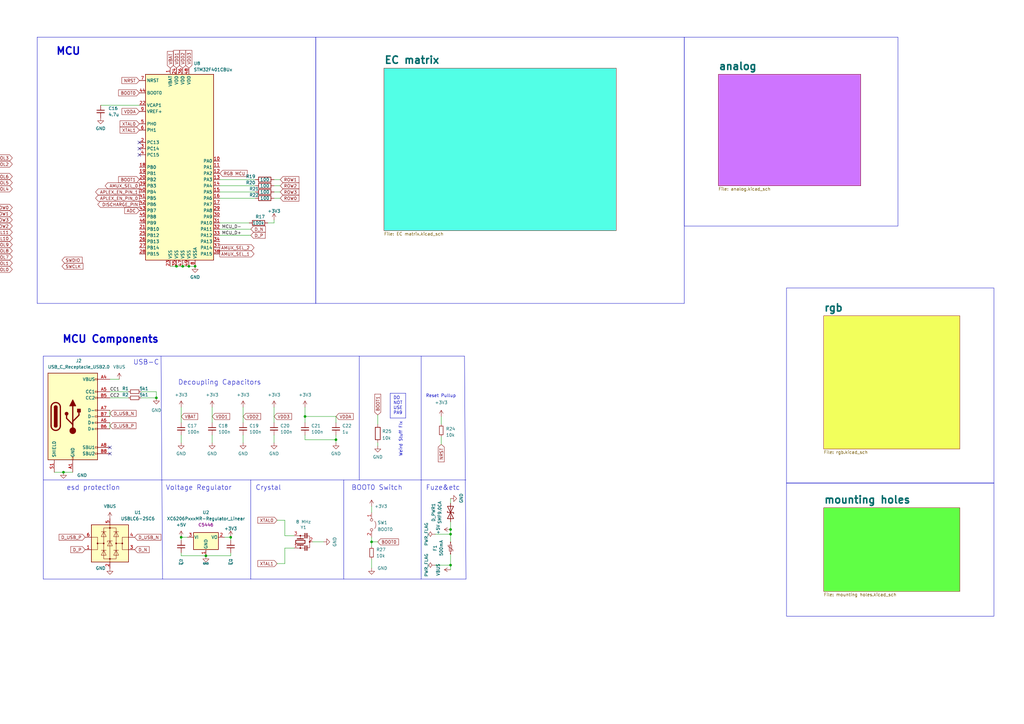
<source format=kicad_sch>
(kicad_sch (version 20230121) (generator eeschema)
  (paper "A3")
  (lib_symbols
    (symbol "Connector:USB_C_Receptacle_USB2.0" (pin_names (offset 1.016))
      (property "Reference" "J" (at -10.16 19.05 0))
      (property "Value" "USB_C_Receptacle_USB2.0" (at 19.05 19.05 0))
      (symbol "USB_C_Receptacle_USB2.0_0_0"
        (rectangle (start -0.254 -17.78) (end 0.254 -16.764))
        (rectangle (start 10.16 -14.986) (end 9.144 -15.494))
        (rectangle (start 10.16 -12.446) (end 9.144 -12.954))
        (rectangle (start 10.16 -4.826) (end 9.144 -5.334))
        (rectangle (start 10.16 -2.286) (end 9.144 -2.794))
        (rectangle (start 10.16 0.254) (end 9.144 -0.254))
        (rectangle (start 10.16 2.794) (end 9.144 2.286))
        (rectangle (start 10.16 7.874) (end 9.144 7.366))
        (rectangle (start 10.16 10.414) (end 9.144 9.906))
        (rectangle (start 10.16 15.494) (end 9.144 14.986))
      )
      (symbol "USB_C_Receptacle_USB2.0_0_1"
        (rectangle (start -10.16 17.78) (end 10.16 -17.78) (stroke (width 0.254)) (fill (type background)))
        (arc (start -8.89 -3.81) (mid -6.985 -5.7067) (end -5.08 -3.81) (stroke (width 0.508)))
        (arc (start -7.62 -3.81) (mid -6.985 -4.4423) (end -6.35 -3.81) (stroke (width 0.254)))
        (arc (start -7.62 -3.81) (mid -6.985 -4.4423) (end -6.35 -3.81) (stroke (width 0.254)) (fill (type outline)))
        (rectangle (start -7.62 -3.81) (end -6.35 3.81) (stroke (width 0.254)) (fill (type outline)))
        (arc (start -6.35 3.81) (mid -6.985 4.4423) (end -7.62 3.81) (stroke (width 0.254)))
        (arc (start -6.35 3.81) (mid -6.985 4.4423) (end -7.62 3.81) (stroke (width 0.254)) (fill (type outline)))
        (arc (start -5.08 3.81) (mid -6.985 5.7067) (end -8.89 3.81) (stroke (width 0.508)))
        (circle (center -2.54 1.143) (radius 0.635) (stroke (width 0.254)) (fill (type outline)))
        (circle (center 0 -5.842) (radius 1.27) (fill (type outline)))
        (polyline (pts (xy -8.89 -3.81) (xy -8.89 3.81)) (stroke (width 0.508)))
        (polyline (pts (xy -5.08 3.81) (xy -5.08 -3.81)) (stroke (width 0.508)))
        (polyline (pts (xy 0 -5.842) (xy 0 4.318)) (stroke (width 0.508)))
        (polyline (pts (xy 0 -3.302) (xy -2.54 -0.762) (xy -2.54 0.508)) (stroke (width 0.508)))
        (polyline (pts (xy 0 -2.032) (xy 2.54 0.508) (xy 2.54 1.778)) (stroke (width 0.508)))
        (polyline (pts (xy -1.27 4.318) (xy 0 6.858) (xy 1.27 4.318) (xy -1.27 4.318)) (stroke (width 0.254)) (fill (type outline)))
        (rectangle (start 1.905 1.778) (end 3.175 3.048) (stroke (width 0.254)) (fill (type outline)))
      )
      (symbol "USB_C_Receptacle_USB2.0_1_1"
        (pin passive line (at 0 -22.86 90) (length 5.08) (name "GND") (number "A1"))
        (pin passive line (at 0 -22.86 90) (length 5.08) hide (name "GND") (number "A12"))
        (pin passive line (at 15.24 15.24 180) (length 5.08) (name "VBUS") (number "A4"))
        (pin bidirectional line (at 15.24 10.16 180) (length 5.08) (name "CC1") (number "A5"))
        (pin bidirectional line (at 15.24 -2.54 180) (length 5.08) (name "D+") (number "A6"))
        (pin bidirectional line (at 15.24 2.54 180) (length 5.08) (name "D-") (number "A7"))
        (pin bidirectional line (at 15.24 -12.7 180) (length 5.08) (name "SBU1") (number "A8"))
        (pin passive line (at 15.24 15.24 180) (length 5.08) hide (name "VBUS") (number "A9"))
        (pin passive line (at 0 -22.86 90) (length 5.08) hide (name "GND") (number "B1"))
        (pin passive line (at 0 -22.86 90) (length 5.08) hide (name "GND") (number "B12"))
        (pin passive line (at 15.24 15.24 180) (length 5.08) hide (name "VBUS") (number "B4"))
        (pin bidirectional line (at 15.24 7.62 180) (length 5.08) (name "CC2") (number "B5"))
        (pin bidirectional line (at 15.24 -5.08 180) (length 5.08) (name "D+") (number "B6"))
        (pin bidirectional line (at 15.24 0 180) (length 5.08) (name "D-") (number "B7"))
        (pin bidirectional line (at 15.24 -15.24 180) (length 5.08) (name "SBU2") (number "B8"))
        (pin passive line (at 15.24 15.24 180) (length 5.08) hide (name "VBUS") (number "B9"))
        (pin passive line (at -7.62 -22.86 90) (length 5.08) (name "SHIELD") (number "S1"))
      )
    )
    (symbol "Device:C_Small" (pin_numbers hide) (pin_names (offset 0.254) hide)
      (property "Reference" "C" (at 0.254 1.778 0))
      (property "Value" "C_Small" (at 0.254 -2.032 0))
      (symbol "C_Small_0_1"
        (polyline (pts (xy -1.524 -0.508) (xy 1.524 -0.508)) (stroke (width 0.3302)))
        (polyline (pts (xy -1.524 0.508) (xy 1.524 0.508)) (stroke (width 0.3048)))
      )
      (symbol "C_Small_1_1"
        (pin passive line (at 0 2.54 270) (length 2.032) (name "~") (number "1"))
        (pin passive line (at 0 -2.54 90) (length 2.032) (name "~") (number "2"))
      )
    )
    (symbol "Device:D_TVS" (pin_numbers hide) (pin_names (offset 1.016) hide)
      (property "Reference" "D" (at 0 2.54 0))
      (property "Value" "D_TVS" (at 0 -2.54 0))
      (symbol "D_TVS_0_1"
        (polyline (pts (xy 1.27 0) (xy -1.27 0)))
        (polyline (pts (xy 0.508 1.27) (xy 0 1.27) (xy 0 -1.27) (xy -0.508 -1.27)) (stroke (width 0.254)))
        (polyline (pts (xy -2.54 1.27) (xy -2.54 -1.27) (xy 2.54 1.27) (xy 2.54 -1.27) (xy -2.54 1.27)) (stroke (width 0.254)))
      )
      (symbol "D_TVS_1_1"
        (pin passive line (at -3.81 0 0) (length 2.54) (name "A1") (number "1"))
        (pin passive line (at 3.81 0 180) (length 2.54) (name "A2") (number "2"))
      )
    )
    (symbol "Device:Polyfuse_Small" (pin_numbers hide) (pin_names (offset 0))
      (property "Reference" "F" (at -1.905 0 90))
      (property "Value" "Polyfuse_Small" (at 1.905 0 90))
      (symbol "Polyfuse_Small_0_1"
        (rectangle (start -0.508 1.27) (end 0.508 -1.27))
        (polyline (pts (xy 0 2.54) (xy 0 -2.54)))
        (polyline (pts (xy -1.016 1.27) (xy -1.016 0.762) (xy 1.016 -0.762) (xy 1.016 -1.27)))
      )
      (symbol "Polyfuse_Small_1_1"
        (pin passive line (at 0 2.54 270) (length 0.635) (name "~") (number "1"))
        (pin passive line (at 0 -2.54 90) (length 0.635) (name "~") (number "2"))
      )
    )
    (symbol "Device:R" (pin_numbers hide) (pin_names (offset 0))
      (property "Reference" "R" (at 2.032 0 90))
      (property "Value" "R" (at 0 0 90))
      (symbol "R_0_1"
        (rectangle (start -1.016 -2.54) (end 1.016 2.54) (stroke (width 0.254)))
      )
      (symbol "R_1_1"
        (pin passive line (at 0 3.81 270) (length 1.27) (name "~") (number "1"))
        (pin passive line (at 0 -3.81 90) (length 1.27) (name "~") (number "2"))
      )
    )
    (symbol "Device:R_Small" (pin_numbers hide) (pin_names (offset 0.254) hide)
      (property "Reference" "R" (at 0.762 0.508 0))
      (property "Value" "R_Small" (at 0.762 -1.016 0))
      (symbol "R_Small_0_1"
        (rectangle (start -0.762 1.778) (end 0.762 -1.778) (stroke (width 0.2032)))
      )
      (symbol "R_Small_1_1"
        (pin passive line (at 0 2.54 270) (length 0.762) (name "~") (number "1"))
        (pin passive line (at 0 -2.54 90) (length 0.762) (name "~") (number "2"))
      )
    )
    (symbol "Device:Resonator_Small" (pin_names (offset 1.016) hide)
      (property "Reference" "Y" (at 3.175 1.905 0))
      (property "Value" "Resonator_Small" (at 3.175 0 0))
      (symbol "Resonator_Small_0_1"
        (rectangle (start -3.556 -2.54) (end -1.524 -2.794) (fill (type outline)))
        (rectangle (start -3.556 -1.778) (end -1.524 -2.032) (fill (type outline)))
        (circle (center -2.54 0) (radius 0.254) (fill (type outline)))
        (rectangle (start -0.635 1.905) (end 0.635 -1.905) (stroke (width 0.3048)))
        (circle (center 0 -3.81) (radius 0.254) (fill (type outline)))
        (polyline (pts (xy -2.54 -1.778) (xy -2.54 0)))
        (polyline (pts (xy -2.54 0) (xy -1.397 0)))
        (polyline (pts (xy -2.54 1.27) (xy -2.54 0)))
        (polyline (pts (xy -1.27 -1.27) (xy -1.27 1.27)) (stroke (width 0.381)))
        (polyline (pts (xy 1.27 -1.27) (xy 1.27 1.27)) (stroke (width 0.381)))
        (polyline (pts (xy 1.27 0) (xy 2.54 0)))
        (polyline (pts (xy 2.54 0) (xy 2.54 -1.778)))
        (polyline (pts (xy 2.54 1.27) (xy 2.54 0)))
        (polyline (pts (xy 2.413 -2.794) (xy 2.413 -3.81) (xy -2.413 -3.81) (xy -2.413 -2.667)))
        (rectangle (start 1.524 -2.54) (end 3.556 -2.794) (fill (type outline)))
        (rectangle (start 1.524 -1.778) (end 3.556 -2.032) (fill (type outline)))
        (circle (center 2.54 0) (radius 0.254) (fill (type outline)))
      )
      (symbol "Resonator_Small_1_1"
        (pin passive line (at -2.54 2.54 270) (length 1.27) (name "1") (number "1"))
        (pin passive line (at 0 -5.08 90) (length 1.27) (name "2") (number "2"))
        (pin passive line (at 2.54 2.54 270) (length 1.27) (name "3") (number "3"))
      )
    )
    (symbol "GND_4" (power) (pin_names (offset 0))
      (property "Value" "GND_4" (at 0 -3.81 0))
      (symbol "GND_4_0_1"
        (polyline (pts (xy 0 0) (xy 0 -1.27) (xy 1.27 -1.27) (xy 0 -2.54) (xy -1.27 -1.27) (xy 0 -1.27)))
      )
      (symbol "GND_4_1_1"
        (pin power_in line (at 0 0 270) (length 0) hide (name "GND") (number "1"))
      )
    )
    (symbol "Jumper:Jumper_2_Open" (pin_names (offset 0) hide)
      (property "Reference" "JP" (at 0 2.794 0))
      (property "Value" "Jumper_2_Open" (at 0 -2.286 0))
      (symbol "Jumper_2_Open_0_0"
        (circle (center -2.032 0) (radius 0.508))
        (circle (center 2.032 0) (radius 0.508))
      )
      (symbol "Jumper_2_Open_0_1"
        (arc (start 1.524 1.27) (mid 0 1.778) (end -1.524 1.27))
      )
      (symbol "Jumper_2_Open_1_1"
        (pin passive line (at -5.08 0 0) (length 2.54) (name "A") (number "1"))
        (pin passive line (at 5.08 0 180) (length 2.54) (name "B") (number "2"))
      )
    )
    (symbol "MCU_ST_STM32F4:STM32F401CBUx"
      (property "Reference" "U" (at -15.24 39.37 0))
      (property "Value" "STM32F401CBUx" (at 5.08 39.37 0))
      (symbol "STM32F401CBUx_0_1"
        (rectangle (start -15.24 -38.1) (end 12.7 38.1) (stroke (width 0.254)) (fill (type background)))
      )
      (symbol "STM32F401CBUx_1_1"
        (pin power_in line (at -5.08 40.64 270) (length 2.54) (name "VBAT") (number "1"))
        (pin bidirectional line (at 15.24 2.54 180) (length 2.54) (name "PA0") (number "10"))
        (pin bidirectional line (at 15.24 0 180) (length 2.54) (name "PA1") (number "11"))
        (pin bidirectional line (at 15.24 -2.54 180) (length 2.54) (name "PA2") (number "12"))
        (pin bidirectional line (at 15.24 -5.08 180) (length 2.54) (name "PA3") (number "13"))
        (pin bidirectional line (at 15.24 -7.62 180) (length 2.54) (name "PA4") (number "14"))
        (pin bidirectional line (at 15.24 -10.16 180) (length 2.54) (name "PA5") (number "15"))
        (pin bidirectional line (at 15.24 -12.7 180) (length 2.54) (name "PA6") (number "16"))
        (pin bidirectional line (at 15.24 -15.24 180) (length 2.54) (name "PA7") (number "17"))
        (pin bidirectional line (at -17.78 0 0) (length 2.54) (name "PB0") (number "18"))
        (pin bidirectional line (at -17.78 -2.54 0) (length 2.54) (name "PB1") (number "19"))
        (pin bidirectional line (at -17.78 10.16 0) (length 2.54) (name "PC13") (number "2"))
        (pin bidirectional line (at -17.78 -5.08 0) (length 2.54) (name "PB2") (number "20"))
        (pin bidirectional line (at -17.78 -25.4 0) (length 2.54) (name "PB10") (number "21"))
        (pin power_in line (at -17.78 25.4 0) (length 2.54) (name "VCAP1") (number "22"))
        (pin power_in line (at -5.08 -40.64 90) (length 2.54) (name "VSS") (number "23"))
        (pin power_in line (at -2.54 40.64 270) (length 2.54) (name "VDD") (number "24"))
        (pin bidirectional line (at -17.78 -27.94 0) (length 2.54) (name "PB12") (number "25"))
        (pin bidirectional line (at -17.78 -30.48 0) (length 2.54) (name "PB13") (number "26"))
        (pin bidirectional line (at -17.78 -33.02 0) (length 2.54) (name "PB14") (number "27"))
        (pin bidirectional line (at -17.78 -35.56 0) (length 2.54) (name "PB15") (number "28"))
        (pin bidirectional line (at 15.24 -17.78 180) (length 2.54) (name "PA8") (number "29"))
        (pin bidirectional line (at -17.78 7.62 0) (length 2.54) (name "PC14") (number "3"))
        (pin bidirectional line (at 15.24 -20.32 180) (length 2.54) (name "PA9") (number "30"))
        (pin bidirectional line (at 15.24 -22.86 180) (length 2.54) (name "PA10") (number "31"))
        (pin bidirectional line (at 15.24 -25.4 180) (length 2.54) (name "PA11") (number "32"))
        (pin bidirectional line (at 15.24 -27.94 180) (length 2.54) (name "PA12") (number "33"))
        (pin bidirectional line (at 15.24 -30.48 180) (length 2.54) (name "PA13") (number "34"))
        (pin power_in line (at -2.54 -40.64 90) (length 2.54) (name "VSS") (number "35"))
        (pin power_in line (at 0 40.64 270) (length 2.54) (name "VDD") (number "36"))
        (pin bidirectional line (at 15.24 -33.02 180) (length 2.54) (name "PA14") (number "37"))
        (pin bidirectional line (at 15.24 -35.56 180) (length 2.54) (name "PA15") (number "38"))
        (pin bidirectional line (at -17.78 -7.62 0) (length 2.54) (name "PB3") (number "39"))
        (pin bidirectional line (at -17.78 5.08 0) (length 2.54) (name "PC15") (number "4"))
        (pin bidirectional line (at -17.78 -10.16 0) (length 2.54) (name "PB4") (number "40"))
        (pin bidirectional line (at -17.78 -12.7 0) (length 2.54) (name "PB5") (number "41"))
        (pin bidirectional line (at -17.78 -15.24 0) (length 2.54) (name "PB6") (number "42"))
        (pin bidirectional line (at -17.78 -17.78 0) (length 2.54) (name "PB7") (number "43"))
        (pin input line (at -17.78 30.48 0) (length 2.54) (name "BOOT0") (number "44"))
        (pin bidirectional line (at -17.78 -20.32 0) (length 2.54) (name "PB8") (number "45"))
        (pin bidirectional line (at -17.78 -22.86 0) (length 2.54) (name "PB9") (number "46"))
        (pin power_in line (at 0 -40.64 90) (length 2.54) (name "VSS") (number "47"))
        (pin power_in line (at 2.54 40.64 270) (length 2.54) (name "VDD") (number "48"))
        (pin power_in line (at 2.54 -40.64 90) (length 2.54) (name "VSS") (number "49"))
        (pin input line (at -17.78 17.78 0) (length 2.54) (name "PH0") (number "5"))
        (pin input line (at -17.78 15.24 0) (length 2.54) (name "PH1") (number "6"))
        (pin input line (at -17.78 35.56 0) (length 2.54) (name "NRST") (number "7"))
        (pin power_in line (at 5.08 -40.64 90) (length 2.54) (name "VSSA") (number "8"))
        (pin power_in line (at -17.78 22.86 0) (length 2.54) (name "VREF+") (number "9"))
      )
    )
    (symbol "Power_Protection:USBLC6-2SC6" (pin_names hide)
      (property "Reference" "U" (at 2.54 8.89 0))
      (property "Value" "USBLC6-2SC6" (at 2.54 -8.89 0))
      (symbol "USBLC6-2SC6_0_1"
        (rectangle (start -7.62 -7.62) (end 7.62 7.62) (stroke (width 0.254)) (fill (type background)))
        (circle (center -5.08 0) (radius 0.254) (fill (type outline)))
        (circle (center -2.54 0) (radius 0.254) (fill (type outline)))
        (rectangle (start -2.54 6.35) (end 2.54 -6.35))
        (circle (center 0 -6.35) (radius 0.254) (fill (type outline)))
        (polyline (pts (xy -5.08 -2.54) (xy -7.62 -2.54)))
        (polyline (pts (xy -5.08 0) (xy -5.08 -2.54)))
        (polyline (pts (xy -5.08 2.54) (xy -7.62 2.54)))
        (polyline (pts (xy -1.524 -2.794) (xy -3.556 -2.794)))
        (polyline (pts (xy -1.524 4.826) (xy -3.556 4.826)))
        (polyline (pts (xy 0 -7.62) (xy 0 -6.35)))
        (polyline (pts (xy 0 -6.35) (xy 0 1.27)))
        (polyline (pts (xy 0 1.27) (xy 0 6.35)))
        (polyline (pts (xy 0 6.35) (xy 0 7.62)))
        (polyline (pts (xy 1.524 -2.794) (xy 3.556 -2.794)))
        (polyline (pts (xy 1.524 4.826) (xy 3.556 4.826)))
        (polyline (pts (xy 5.08 -2.54) (xy 7.62 -2.54)))
        (polyline (pts (xy 5.08 0) (xy 5.08 -2.54)))
        (polyline (pts (xy 5.08 2.54) (xy 7.62 2.54)))
        (polyline (pts (xy -2.54 0) (xy -5.08 0) (xy -5.08 2.54)))
        (polyline (pts (xy 2.54 0) (xy 5.08 0) (xy 5.08 2.54)))
        (polyline (pts (xy -3.556 -4.826) (xy -1.524 -4.826) (xy -2.54 -2.794) (xy -3.556 -4.826)))
        (polyline (pts (xy -3.556 2.794) (xy -1.524 2.794) (xy -2.54 4.826) (xy -3.556 2.794)))
        (polyline (pts (xy -1.016 -1.016) (xy 1.016 -1.016) (xy 0 1.016) (xy -1.016 -1.016)))
        (polyline (pts (xy 1.016 1.016) (xy 0.762 1.016) (xy -1.016 1.016) (xy -1.016 0.508)))
        (polyline (pts (xy 3.556 -4.826) (xy 1.524 -4.826) (xy 2.54 -2.794) (xy 3.556 -4.826)))
        (polyline (pts (xy 3.556 2.794) (xy 1.524 2.794) (xy 2.54 4.826) (xy 3.556 2.794)))
        (circle (center 0 6.35) (radius 0.254) (fill (type outline)))
        (circle (center 2.54 0) (radius 0.254) (fill (type outline)))
        (circle (center 5.08 0) (radius 0.254) (fill (type outline)))
      )
      (symbol "USBLC6-2SC6_1_1"
        (pin passive line (at -10.16 -2.54 0) (length 2.54) (name "I/O1") (number "1"))
        (pin passive line (at 0 -10.16 90) (length 2.54) (name "GND") (number "2"))
        (pin passive line (at 10.16 -2.54 180) (length 2.54) (name "I/O2") (number "3"))
        (pin passive line (at 10.16 2.54 180) (length 2.54) (name "I/O2") (number "4"))
        (pin passive line (at 0 10.16 270) (length 2.54) (name "VBUS") (number "5"))
        (pin passive line (at -10.16 2.54 0) (length 2.54) (name "I/O1") (number "6"))
      )
    )
    (symbol "kicad-keyboard-parts:XC6206PxxxMR-Regulator_Linear" (pin_names (offset 0.254))
      (property "Reference" "U" (at -3.81 3.175 0))
      (property "Value" "XC6206PxxxMR-Regulator_Linear" (at 0 3.175 0))
      (property "LCSC" "C5446" (at 0 0 0))
      (symbol "XC6206PxxxMR-Regulator_Linear_0_1"
        (rectangle (start -5.08 1.905) (end 5.08 -5.08) (stroke (width 0.254)) (fill (type background)))
      )
      (symbol "XC6206PxxxMR-Regulator_Linear_1_1"
        (pin power_in line (at 0 -7.62 90) (length 2.54) (name "GND") (number "1"))
        (pin power_out line (at 7.62 0 180) (length 2.54) (name "VO") (number "2"))
        (pin power_in line (at -7.62 0 0) (length 2.54) (name "VI") (number "3"))
      )
    )
    (symbol "power:+3.3V" (power) (pin_names (offset 0))
      (property "Value" "+3.3V" (at 0 3.556 0))
      (symbol "+3.3V_0_1"
        (polyline (pts (xy -0.762 1.27) (xy 0 2.54)))
        (polyline (pts (xy 0 0) (xy 0 2.54)))
        (polyline (pts (xy 0 2.54) (xy 0.762 1.27)))
      )
      (symbol "+3.3V_1_1"
        (pin power_in line (at 0 0 90) (length 0) hide (name "+3V3") (number "1"))
      )
    )
    (symbol "power:+3V3" (power) (pin_names (offset 0))
      (property "Value" "+3V3" (at 0 3.556 0))
      (symbol "+3V3_0_1"
        (polyline (pts (xy -0.762 1.27) (xy 0 2.54)))
        (polyline (pts (xy 0 0) (xy 0 2.54)))
        (polyline (pts (xy 0 2.54) (xy 0.762 1.27)))
      )
      (symbol "+3V3_1_1"
        (pin power_in line (at 0 0 90) (length 0) hide (name "+3V3") (number "1"))
      )
    )
    (symbol "power:+5V" (power) (pin_names (offset 0))
      (property "Value" "+5V" (at 0 3.556 0))
      (symbol "+5V_0_1"
        (polyline (pts (xy -0.762 1.27) (xy 0 2.54)))
        (polyline (pts (xy 0 0) (xy 0 2.54)))
        (polyline (pts (xy 0 2.54) (xy 0.762 1.27)))
      )
      (symbol "+5V_1_1"
        (pin power_in line (at 0 0 90) (length 0) hide (name "+5V") (number "1"))
      )
    )
    (symbol "power:GND" (power) (pin_names (offset 0))
      (property "Value" "GND" (at 0 -3.81 0))
      (symbol "GND_0_1"
        (polyline (pts (xy 0 0) (xy 0 -1.27) (xy 1.27 -1.27) (xy 0 -2.54) (xy -1.27 -1.27) (xy 0 -1.27)))
      )
      (symbol "GND_1_1"
        (pin power_in line (at 0 0 270) (length 0) hide (name "GND") (number "1"))
      )
    )
    (symbol "power:PWR_FLAG" (power) (pin_numbers hide) (pin_names (offset 0) hide)
      (property "Value" "PWR_FLAG" (at 0 3.81 0))
      (symbol "PWR_FLAG_0_0"
        (pin power_out line (at 0 0 90) (length 0) (name "pwr") (number "1"))
      )
      (symbol "PWR_FLAG_0_1"
        (polyline (pts (xy 0 0) (xy 0 1.27) (xy -1.016 1.905) (xy 0 2.54) (xy 1.016 1.905) (xy 0 1.27)))
      )
    )
    (symbol "power:VBUS" (power) (pin_names (offset 0))
      (property "Value" "VBUS" (at 0 3.81 0))
      (symbol "VBUS_0_1"
        (polyline (pts (xy -0.762 1.27) (xy 0 2.54)))
        (polyline (pts (xy 0 0) (xy 0 2.54)))
        (polyline (pts (xy 0 2.54) (xy 0.762 1.27)))
      )
      (symbol "VBUS_1_1"
        (pin power_in line (at 0 0 90) (length 0) hide (name "VBUS") (number "1"))
      )
    )
  )
  (junction (at 80.01 109.22))
  (junction (at 137.795 180.34))
  (junction (at 72.39 109.22))
  (junction (at 184.785 217.17))
  (junction (at 152.4 222.25))
  (junction (at 125.095 170.815))
  (junction (at 26.035 193.675))
  (junction (at 84.455 227.965) (diameter 0.9144))
  (junction (at 94.615 220.345) (diameter 0.9144))
  (junction (at 74.295 220.345) (diameter 0.9144))
  (junction (at 184.785 231.775))
  (junction (at 77.47 109.22))
  (junction (at 74.93 109.22))
  (junction (at 64.135 163.195))
  (junction (at 184.785 219.075))
  (no_connect (at 57.15 58.42))
  (no_connect (at 45.085 186.055))
  (no_connect (at 45.085 183.515))
  (no_connect (at 57.15 60.96))
  (no_connect (at 57.15 63.5))
  (wire (pts (xy 184.785 217.17) (xy 184.785 213.995)))
  (wire (pts (xy 128.27 222.25) (xy 132.715 222.25)))
  (wire (pts (xy 125.095 167.005) (xy 125.095 170.815)))
  (wire (pts (xy 184.785 222.25) (xy 184.785 219.075)))
  (wire (pts (xy 137.795 170.815) (xy 137.795 173.355)))
  (wire (pts (xy 86.995 178.435) (xy 86.995 181.61)))
  (wire (pts (xy 120.65 219.71) (xy 116.84 219.71)))
  (polyline (pts (xy 102.87 196.85) (xy 102.87 237.49)))
  (wire (pts (xy 184.785 219.075) (xy 184.785 217.17)))
  (polyline (pts (xy 17.78 146.05) (xy 190.5 146.05)))
  (wire (pts (xy 114.935 81.28) (xy 112.395 81.28)))
  (wire (pts (xy 69.85 109.22) (xy 72.39 109.22)))
  (wire (pts (xy 125.095 170.815) (xy 137.795 170.815)))
  (polyline (pts (xy 140.97 196.85) (xy 140.97 237.49)))
  (polyline (pts (xy 166.37 171.45) (xy 166.37 161.29)))
  (wire (pts (xy 152.4 207.645) (xy 152.4 210.185)))
  (wire (pts (xy 114.935 76.2) (xy 112.395 76.2)))
  (polyline (pts (xy 172.72 196.85) (xy 172.72 237.49)))
  (polyline (pts (xy 160.02 171.45) (xy 166.37 171.45)))
  (wire (pts (xy 94.615 226.695) (xy 94.615 227.965)))
  (polyline (pts (xy 191.135 237.49) (xy 17.78 237.49)))
  (wire (pts (xy 104.775 76.2) (xy 90.17 76.2)))
  (wire (pts (xy 74.295 226.695) (xy 74.295 227.965)))
  (wire (pts (xy 77.47 109.22) (xy 80.01 109.22)))
  (wire (pts (xy 180.975 170.815) (xy 180.975 173.99)))
  (wire (pts (xy 86.995 167.005) (xy 86.995 173.355)))
  (polyline (pts (xy 172.72 146.05) (xy 172.72 196.85)))
  (wire (pts (xy 41.275 43.18) (xy 57.15 43.18)))
  (wire (pts (xy 152.4 229.235) (xy 152.4 233.045)))
  (wire (pts (xy 154.94 170.18) (xy 154.94 173.99)))
  (wire (pts (xy 45.085 155.575) (xy 48.895 155.575)))
  (wire (pts (xy 113.665 231.14) (xy 116.84 231.14)))
  (wire (pts (xy 113.665 213.36) (xy 116.84 213.36)))
  (wire (pts (xy 137.795 178.435) (xy 137.795 180.34)))
  (polyline (pts (xy 190.5 146.05) (xy 191.135 237.49)))
  (wire (pts (xy 22.225 193.675) (xy 26.035 193.675)))
  (wire (pts (xy 104.775 73.66) (xy 90.17 73.66)))
  (polyline (pts (xy 160.02 161.29) (xy 160.02 171.45)))
  (wire (pts (xy 74.295 167.005) (xy 74.295 173.355)))
  (wire (pts (xy 125.095 180.34) (xy 137.795 180.34)))
  (wire (pts (xy 74.295 178.435) (xy 74.295 181.61)))
  (wire (pts (xy 74.295 220.345) (xy 74.295 221.615)))
  (wire (pts (xy 84.455 227.965) (xy 94.615 227.965)))
  (wire (pts (xy 137.795 180.34) (xy 137.795 181.61)))
  (wire (pts (xy 184.785 231.775) (xy 184.785 227.33)))
  (wire (pts (xy 178.435 231.775) (xy 184.785 231.775)))
  (wire (pts (xy 104.775 81.28) (xy 90.17 81.28)))
  (wire (pts (xy 90.17 78.74) (xy 104.775 78.74)))
  (polyline (pts (xy 17.78 196.85) (xy 191.135 196.85)))
  (wire (pts (xy 45.085 168.275) (xy 45.085 170.815)))
  (wire (pts (xy 45.085 163.195) (xy 52.705 163.195)))
  (wire (pts (xy 109.855 91.44) (xy 112.395 91.44)))
  (wire (pts (xy 184.785 206.375) (xy 184.785 204.47)))
  (polyline (pts (xy 160.02 161.29) (xy 166.37 161.29)))
  (wire (pts (xy 114.935 78.74) (xy 112.395 78.74)))
  (wire (pts (xy 154.94 181.61) (xy 154.94 182.88)))
  (wire (pts (xy 178.435 219.075) (xy 184.785 219.075)))
  (polyline (pts (xy 17.78 146.05) (xy 17.78 237.49)))
  (wire (pts (xy 112.395 167.005) (xy 112.395 173.355)))
  (wire (pts (xy 90.17 96.52) (xy 102.87 96.52)))
  (wire (pts (xy 57.785 160.655) (xy 64.135 160.655)))
  (wire (pts (xy 125.095 178.435) (xy 125.095 180.34)))
  (wire (pts (xy 99.695 178.435) (xy 99.695 181.61)))
  (wire (pts (xy 152.4 220.345) (xy 152.4 222.25)))
  (wire (pts (xy 116.84 219.71) (xy 116.84 213.36)))
  (wire (pts (xy 116.84 231.14) (xy 116.84 224.79)))
  (wire (pts (xy 99.695 167.005) (xy 99.695 173.355)))
  (wire (pts (xy 74.295 220.345) (xy 76.835 220.345)))
  (wire (pts (xy 64.135 160.655) (xy 64.135 163.195)))
  (wire (pts (xy 45.085 173.355) (xy 45.085 175.895)))
  (wire (pts (xy 180.975 179.07) (xy 180.975 182.245)))
  (wire (pts (xy 74.93 109.22) (xy 77.47 109.22)))
  (wire (pts (xy 112.395 91.44) (xy 112.395 90.17)))
  (polyline (pts (xy 66.04 146.05) (xy 66.675 237.49)))
  (wire (pts (xy 116.84 224.79) (xy 120.65 224.79)))
  (wire (pts (xy 125.095 170.815) (xy 125.095 173.355)))
  (wire (pts (xy 102.235 91.44) (xy 90.17 91.44)))
  (wire (pts (xy 114.935 73.66) (xy 112.395 73.66)))
  (wire (pts (xy 84.455 227.965) (xy 74.295 227.965)))
  (wire (pts (xy 184.785 233.68) (xy 184.785 231.775)))
  (wire (pts (xy 152.4 222.25) (xy 152.4 224.155)))
  (wire (pts (xy 45.085 160.655) (xy 52.705 160.655)))
  (wire (pts (xy 72.39 109.22) (xy 74.93 109.22)))
  (wire (pts (xy 112.395 178.435) (xy 112.395 181.61)))
  (wire (pts (xy 57.785 163.195) (xy 64.135 163.195)))
  (polyline (pts (xy 147.32 146.05) (xy 147.32 196.85)))
  (wire (pts (xy 26.035 193.675) (xy 29.845 193.675)))
  (wire (pts (xy 152.4 222.25) (xy 154.94 222.25)))
  (wire (pts (xy 90.17 93.98) (xy 102.87 93.98)))
  (wire (pts (xy 94.615 220.345) (xy 94.615 221.615)))
  (wire (pts (xy 92.075 220.345) (xy 94.615 220.345)))
  (rectangle (start 15.24 15.24) (end 129.54 124.46))
  (rectangle (start 322.58 198.12) (end 407.67 252.73))
  (rectangle (start 280.67 15.24) (end 368.3 92.71))
  (rectangle (start 322.58 118.11) (end 407.67 198.12))
  (rectangle (start 129.54 15.24) (end 280.67 124.46))
  (text "BOOT0 Switch" (at 144.145 201.295 0) (effects (font (size 2 2)) (justify left bottom)))
  (text "esd protection\n" (at 27.305 201.295 0) (effects (font (size 2 2)) (justify left bottom)))
  (text "Weird Stuff FIx" (at 165.1 187.325 90) (effects (font (size 1.27 1.27)) (justify left bottom)))
  (text "Voltage Regulator" (at 67.945 201.295 0) (effects (font (size 2 2)) (justify left bottom)))
  (text "Fuze&etc\n" (at 174.625 201.295 0) (effects (font (size 2 2)) (justify left bottom)))
  (text "MCU" (at 22.86 22.86 0) (effects (font (size 3 3) (thickness 0.6) bold) (justify left bottom)))
  (text "DO\nNOT\nUSE\nPA9\n" (at 161.29 170.18 0) (effects (font (size 1.27 1.27)) (justify left bottom)))
  (text "MCU Components" (at 25.4 140.97 0) (effects (font (size 3 3) (thickness 0.6) bold) (justify left bottom)))
  (text "Crystal" (at 104.775 201.295 0) (effects (font (size 2 2)) (justify left bottom)))
  (text "Reset Pullup" (at 174.625 163.195 0) (effects (font (size 1.27 1.27)) (justify left bottom)))
  (text "USB-C" (at 54.61 149.86 0) (effects (font (size 2 2)) (justify left bottom)))
  (text "Decoupling Capacitors" (at 73.025 158.115 0) (effects (font (size 2 2)) (justify left bottom)))
  (label "MCU_D-" (at 99.06 93.98 180))
  (label "CC2" (at 45.085 163.195 0))
  (label "MCU_D+" (at 99.06 96.52 180))
  (label "CC1" (at 45.085 160.655 0))
  (global_label "VDD2" (shape input) (at 99.695 170.815 0) (property "Intersheetrefs" "${INTERSHEET_REFS}" (effects hide)))
  (global_label "ROW0" (shape input) (at 114.935 81.28 0) (property "Intersheetrefs" "${INTERSHEET_REFS}" (effects hide)))
  (global_label "XTAL0" (shape input) (at 57.15 50.8 180) (property "Intersheetrefs" "${INTERSHEET_REFS}" (effects hide)))
  (global_label "ADC" (shape input) (at 57.15 86.36 180) (property "Intersheetrefs" "${INTERSHEET_REFS}" (effects hide)))
  (global_label "SWCLK" (shape input) (at 25.4 109.22 0) (property "Intersheetrefs" "${INTERSHEET_REFS}" (effects hide)))
  (global_label "D_USB_P" (shape input) (at 45.085 174.625 0) (property "Intersheetrefs" "${INTERSHEET_REFS}" (effects hide)))
  (global_label "ROW3" (shape input) (at 114.935 78.74 0) (property "Intersheetrefs" "${INTERSHEET_REFS}" (effects hide)))
  (global_label "XTAL0" (shape input) (at 113.665 213.36 180) (property "Intersheetrefs" "${INTERSHEET_REFS}" (effects hide)))
  (global_label "COL6" (shape input) (at 5.08 72.39 180) (property "Intersheetrefs" "${INTERSHEET_REFS}" (effects hide)))
  (global_label "ROW3" (shape input) (at 5.08 90.17 180) (property "Intersheetrefs" "${INTERSHEET_REFS}" (effects hide)))
  (global_label "ROW0" (shape input) (at 5.08 85.09 180) (property "Intersheetrefs" "${INTERSHEET_REFS}" (effects hide)))
  (global_label "COL2" (shape input) (at 5.08 67.31 180) (property "Intersheetrefs" "${INTERSHEET_REFS}" (effects hide)))
  (global_label "XTAL1" (shape input) (at 57.15 53.34 180) (property "Intersheetrefs" "${INTERSHEET_REFS}" (effects hide)))
  (global_label "D_USB_P" (shape input) (at 34.925 220.345 180) (property "Intersheetrefs" "${INTERSHEET_REFS}" (effects hide)))
  (global_label "BOOT1" (shape input) (at 57.15 73.66 180) (property "Intersheetrefs" "${INTERSHEET_REFS}" (effects hide)))
  (global_label "COL7" (shape input) (at 5.08 105.41 180) (property "Intersheetrefs" "${INTERSHEET_REFS}" (effects hide)))
  (global_label "VDD1" (shape input) (at 72.39 27.94 90) (property "Intersheetrefs" "${INTERSHEET_REFS}" (effects hide)))
  (global_label "APLEX_EN_PIN_0" (shape output) (at 57.15 81.28 180) (property "Intersheetrefs" "${INTERSHEET_REFS}" (effects hide)))
  (global_label "ROW2" (shape input) (at 114.935 76.2 0) (property "Intersheetrefs" "${INTERSHEET_REFS}" (effects hide)))
  (global_label "ROW1" (shape input) (at 114.935 73.66 0) (property "Intersheetrefs" "${INTERSHEET_REFS}" (effects hide)))
  (global_label "DISCHARGE_PIN" (shape output) (at 57.15 83.82 180) (property "Intersheetrefs" "${INTERSHEET_REFS}" (effects hide)))
  (global_label "BOOT0" (shape input) (at 154.94 222.25 0) (property "Intersheetrefs" "${INTERSHEET_REFS}" (effects hide)))
  (global_label "NRST" (shape input) (at 180.975 182.245 270) (property "Intersheetrefs" "${INTERSHEET_REFS}" (effects hide)))
  (global_label "COL0" (shape input) (at 5.08 110.49 180) (property "Intersheetrefs" "${INTERSHEET_REFS}" (effects hide)))
  (global_label "AMUX_SEL_1" (shape output) (at 90.17 104.14 0) (property "Intersheetrefs" "${INTERSHEET_REFS}" (effects hide)))
  (global_label "COL8" (shape input) (at 5.08 102.87 180) (property "Intersheetrefs" "${INTERSHEET_REFS}" (effects hide)))
  (global_label "SWDIO" (shape input) (at 25.4 106.68 0) (property "Intersheetrefs" "${INTERSHEET_REFS}" (effects hide)))
  (global_label "D_N" (shape input) (at 102.87 93.98 0) (property "Intersheetrefs" "${INTERSHEET_REFS}" (effects hide)))
  (global_label "BOOT1" (shape input) (at 154.94 170.18 90) (property "Intersheetrefs" "${INTERSHEET_REFS}" (effects hide)))
  (global_label "D_N" (shape input) (at 55.245 225.425 0) (property "Intersheetrefs" "${INTERSHEET_REFS}" (effects hide)))
  (global_label "ROW1" (shape input) (at 5.08 87.63 180) (property "Intersheetrefs" "${INTERSHEET_REFS}" (effects hide)))
  (global_label "VDD3" (shape input) (at 77.47 27.94 90) (property "Intersheetrefs" "${INTERSHEET_REFS}" (effects hide)))
  (global_label "RGB MCU" (shape input) (at 90.17 71.12 0) (property "Intersheetrefs" "${INTERSHEET_REFS}" (effects hide)))
  (global_label "VDD2" (shape input) (at 74.93 27.94 90) (property "Intersheetrefs" "${INTERSHEET_REFS}" (effects hide)))
  (global_label "COL11" (shape input) (at 5.08 95.25 180) (property "Intersheetrefs" "${INTERSHEET_REFS}" (effects hide)))
  (global_label "D_P" (shape input) (at 34.925 225.425 180) (property "Intersheetrefs" "${INTERSHEET_REFS}" (effects hide)))
  (global_label "VDD1" (shape input) (at 86.995 170.815 0) (property "Intersheetrefs" "${INTERSHEET_REFS}" (effects hide)))
  (global_label "VBAT" (shape input) (at 74.295 170.815 0) (property "Intersheetrefs" "${INTERSHEET_REFS}" (effects hide)))
  (global_label "D_USB_N" (shape input) (at 45.085 169.545 0) (property "Intersheetrefs" "${INTERSHEET_REFS}" (effects hide)))
  (global_label "APLEX_EN_PIN_1" (shape output) (at 57.15 78.74 180) (property "Intersheetrefs" "${INTERSHEET_REFS}" (effects hide)))
  (global_label "VDDA" (shape input) (at 137.795 170.815 0) (property "Intersheetrefs" "${INTERSHEET_REFS}" (effects hide)))
  (global_label "AMUX_SEL_2" (shape output) (at 90.17 101.6 0) (property "Intersheetrefs" "${INTERSHEET_REFS}" (effects hide)))
  (global_label "D_USB_N" (shape input) (at 55.245 220.345 0) (property "Intersheetrefs" "${INTERSHEET_REFS}" (effects hide)))
  (global_label "COL9" (shape input) (at 5.08 100.33 180) (property "Intersheetrefs" "${INTERSHEET_REFS}" (effects hide)))
  (global_label "COL3" (shape input) (at 5.08 64.77 180) (property "Intersheetrefs" "${INTERSHEET_REFS}" (effects hide)))
  (global_label "VBAT" (shape input) (at 69.85 27.94 90) (property "Intersheetrefs" "${INTERSHEET_REFS}" (effects hide)))
  (global_label "COL1" (shape input) (at 5.08 107.95 180) (property "Intersheetrefs" "${INTERSHEET_REFS}" (effects hide)))
  (global_label "BOOT0" (shape input) (at 57.15 38.1 180) (property "Intersheetrefs" "${INTERSHEET_REFS}" (effects hide)))
  (global_label "VDDA" (shape input) (at 57.15 45.72 180) (property "Intersheetrefs" "${INTERSHEET_REFS}" (effects hide)))
  (global_label "XTAL1" (shape input) (at 113.665 231.14 180) (property "Intersheetrefs" "${INTERSHEET_REFS}" (effects hide)))
  (global_label "NRST" (shape input) (at 57.15 33.02 180) (property "Intersheetrefs" "${INTERSHEET_REFS}" (effects hide)))
  (global_label "COL10" (shape input) (at 5.08 97.79 180) (property "Intersheetrefs" "${INTERSHEET_REFS}" (effects hide)))
  (global_label "COL5" (shape input) (at 5.08 74.93 180) (property "Intersheetrefs" "${INTERSHEET_REFS}" (effects hide)))
  (global_label "COL4" (shape input) (at 5.08 77.47 180) (property "Intersheetrefs" "${INTERSHEET_REFS}" (effects hide)))
  (global_label "ROW2" (shape input) (at 5.08 92.71 180) (property "Intersheetrefs" "${INTERSHEET_REFS}" (effects hide)))
  (global_label "D_P" (shape input) (at 102.87 96.52 0) (property "Intersheetrefs" "${INTERSHEET_REFS}" (effects hide)))
  (global_label "VDD3" (shape input) (at 112.395 170.815 0) (property "Intersheetrefs" "${INTERSHEET_REFS}" (effects hide)))
  (global_label "AMUX_SEL_0" (shape output) (at 57.15 76.2 180) (property "Intersheetrefs" "${INTERSHEET_REFS}" (effects hide)))
  (symbol (lib_id "power:GND") (at 132.715 222.25 90) (unit 1)
    (property "Reference" "#PWR068" (effects hide))
    (property "Value" "GND" (at 137.2775 222.25 0))
  )
  (symbol (lib_id "Device:R") (at 154.94 177.8 180) (unit 1)
    (property "Reference" "R25" (at 156.718 176.8915 0) (effects (justify right)))
    (property "Value" "10k" (at 156.718 179.6666 0) (effects (justify right)))
    (property "Footprint" "Resistor_SMD:R_0402_1005Metric" (effects hide))
    (property "LCSC" "C25744" (effects hide))
  )
  (symbol (lib_id "Device:C_Small") (at 94.615 224.155 180) (unit 1)
    (property "Reference" "C2" (at 94.615 229.87 0) (effects (font (size 0.762 0.762))))
    (property "Value" "1uF" (at 94.615 231.14 0) (effects (font (size 0.762 0.762))))
    (property "Footprint" "Capacitor_SMD:C_0603_1608Metric" (effects hide))
    (property "LCSC" "C52923" (effects hide))
  )
  (symbol (lib_id "MCU_ST_STM32F4:STM32F401CBUx") (at 74.93 68.58 0) (unit 1)
    (property "Reference" "U8" (at 79.4259 26.035 0) (effects (justify left)))
    (property "Value" "STM32F401CBUx" (at 79.4259 28.575 0) (effects (justify left)))
    (property "Footprint" "Package_DFN_QFN:QFN-48-1EP_7x7mm_P0.5mm_EP5.6x5.6mm" (effects hide))
    (property "Datasheet" "http://www.st.com/st-web-ui/static/active/en/resource/technical/document/datasheet/DM00086815.pdf" (effects hide))
    (property "LCSC" "C118825" (effects hide))
  )
  (symbol (lib_id "power:GND") (at 154.94 182.88 0) (unit 1)
    (property "Reference" "#PWR060" (effects hide))
    (property "Value" "GND" (at 154.94 187.4425 0))
  )
  (symbol (lib_id "power:+3.3V") (at 112.395 90.17 0) (unit 1)
    (property "Reference" "#PWR043" (effects hide))
    (property "Value" "+3.3V" (at 112.395 86.5655 0))
  )
  (symbol (lib_id "power:+3V3") (at 99.695 167.005 0) (unit 1)
    (property "Reference" "#PWR050" (effects hide))
    (property "Value" "+3V3" (at 99.695 161.925 0))
  )
  (symbol (lib_id "Device:R_Small") (at 55.245 160.655 90) (unit 1)
    (property "Reference" "R1" (at 51.435 159.385 90))
    (property "Value" "5k1" (at 59.055 159.385 90))
    (property "Footprint" "Resistor_SMD:R_0603_1608Metric" (effects hide))
    (property "LCSC" "C25905" (effects hide))
  )
  (symbol (lib_id "power:PWR_FLAG") (at 178.435 231.775 90) (unit 1)
    (property "Reference" "#FLG01" (effects hide))
    (property "Value" "PWR_FLAG" (at 174.8592 231.775 0))
  )
  (symbol (lib_id "Device:C_Small") (at 74.295 224.155 180) (unit 1)
    (property "Reference" "C1" (at 74.295 229.87 0) (effects (font (size 0.762 0.762))))
    (property "Value" "1uF" (at 74.295 231.14 0) (effects (font (size 0.762 0.762))))
    (property "Footprint" "Capacitor_SMD:C_0603_1608Metric" (effects hide))
    (property "LCSC" "C52923" (effects hide))
  )
  (symbol (lib_name "GND_4") (lib_id "power:GND") (at 26.035 193.675 0) (unit 1)
    (property "Reference" "#PWR013" (effects hide))
    (property "Value" "GND" (at 33.655 194.945 0))
  )
  (symbol (lib_id "power:VBUS") (at 45.085 212.725 0) (unit 1)
    (property "Reference" "#PWR01" (effects hide))
    (property "Value" "VBUS" (at 45.085 207.645 0))
  )
  (symbol (lib_id "power:VBUS") (at 184.785 233.68 90) (unit 1)
    (property "Reference" "#PWR08" (effects hide))
    (property "Value" "VBUS" (at 179.705 233.68 0))
  )
  (symbol (lib_id "power:+3.3V") (at 94.615 220.345 0) (unit 1)
    (property "Reference" "#PWR04" (effects hide))
    (property "Value" "+3.3V" (at 94.615 216.7976 0))
  )
  (symbol (lib_id "Device:D_TVS") (at 184.785 210.185 90) (unit 1)
    (property "Reference" "D_PWR1" (at 177.8 210.185 0))
    (property "Value" "SMF9.0CA" (at 180.34 210.185 0))
    (property "Footprint" "Diode_SMD:D_SOD-123" (effects hide))
  )
  (symbol (lib_id "power:+3V3") (at 152.4 207.645 0) (unit 1)
    (property "Reference" "#PWR063" (effects hide))
    (property "Value" "+3V3" (at 156.21 207.645 0))
  )
  (symbol (lib_id "Device:R") (at 108.585 81.28 270) (mirror x) (unit 1)
    (property "Reference" "R22" (at 102.235 80.01 90) (effects (justify left)))
    (property "Value" "100" (at 106.68 81.28 90) (effects (justify left)))
    (property "Footprint" "Resistor_SMD:R_0402_1005Metric" (effects hide))
    (property "LCSC" "C25076" (effects hide))
  )
  (symbol (lib_id "power:GND") (at 74.295 181.61 0) (unit 1)
    (property "Reference" "#PWR055" (effects hide))
    (property "Value" "GND" (at 74.295 186.055 0))
  )
  (symbol (lib_id "power:GND") (at 152.4 233.045 0) (unit 1)
    (property "Reference" "#PWR071" (effects hide))
    (property "Value" "GND" (at 156.845 233.045 0))
  )
  (symbol (lib_id "Jumper:Jumper_2_Open") (at 152.4 215.265 270) (unit 1)
    (property "Reference" "SW1" (at 154.813 214.3565 90) (effects (justify left)))
    (property "Value" "BOOT0" (at 154.813 217.1316 90) (effects (justify left)))
    (property "Footprint" "Connector_PinHeader_2.54mm:PinHeader_1x02_P2.54mm_Vertical" (effects hide))
  )
  (symbol (lib_id "power:+3V3") (at 180.975 170.815 0) (unit 1)
    (property "Reference" "#PWR053" (effects hide))
    (property "Value" "+3V3" (at 180.975 165.1 0))
  )
  (symbol (lib_id "power:GND") (at 99.695 181.61 0) (unit 1)
    (property "Reference" "#PWR057" (effects hide))
    (property "Value" "GND" (at 99.695 186.055 0))
  )
  (symbol (lib_id "Device:C_Small") (at 125.095 175.895 0) (unit 1)
    (property "Reference" "C21" (at 127.635 174.6312 0) (effects (justify left)))
    (property "Value" "100n" (at 127.635 177.1712 0) (effects (justify left)))
    (property "Footprint" "Capacitor_SMD:C_0402_1005Metric" (effects hide))
  )
  (symbol (lib_id "power:VBUS") (at 48.895 155.575 0) (unit 1)
    (property "Reference" "#PWR015" (effects hide))
    (property "Value" "VBUS" (at 48.895 150.495 0))
  )
  (symbol (lib_id "power:+5V") (at 74.295 220.345 0) (unit 1)
    (property "Reference" "#PWR03" (effects hide))
    (property "Value" "+5V" (at 74.295 215.265 0))
  )
  (symbol (lib_id "power:+3V3") (at 112.395 167.005 0) (unit 1)
    (property "Reference" "#PWR051" (effects hide))
    (property "Value" "+3V3" (at 112.395 161.925 0))
  )
  (symbol (lib_id "Device:C_Small") (at 137.795 175.895 0) (unit 1)
    (property "Reference" "C22" (at 140.335 174.6312 0) (effects (justify left)))
    (property "Value" "1u" (at 140.335 177.1712 0) (effects (justify left)))
    (property "Footprint" "Capacitor_SMD:C_0402_1005Metric" (effects hide))
  )
  (symbol (lib_id "power:GND") (at 45.085 233.045 0) (unit 1)
    (property "Reference" "#PWR02" (effects hide))
    (property "Value" "GND" (at 41.275 233.045 0))
  )
  (symbol (lib_id "Connector:USB_C_Receptacle_USB2.0") (at 29.845 170.815 0) (unit 1)
    (property "Reference" "J2" (at 32.3215 147.955 0))
    (property "Value" "USB_C_Receptacle_USB2.0" (at 32.3215 150.495 0))
    (property "Footprint" "Connector_USB:USB_C_Receptacle_HRO_TYPE-C-31-M-12" (effects hide))
    (property "Datasheet" "https://www.usb.org/sites/default/files/documents/usb_type-c.zip" (effects hide))
    (property "LCSC" "C165948" (effects hide))
  )
  (symbol (lib_id "Device:R") (at 108.585 73.66 90) (mirror x) (unit 1)
    (property "Reference" "R19" (at 104.775 72.39 90) (effects (justify left)))
    (property "Value" "100" (at 110.49 73.66 90) (effects (justify left)))
    (property "Footprint" "Resistor_SMD:R_0402_1005Metric" (effects hide))
    (property "LCSC" "C25076" (effects hide))
  )
  (symbol (lib_id "Device:R_Small") (at 180.975 176.53 0) (unit 1)
    (property "Reference" "R24" (at 182.88 175.895 0) (effects (justify left)))
    (property "Value" "10k" (at 182.88 178.435 0) (effects (justify left)))
    (property "Footprint" "Resistor_SMD:R_0402_1005Metric" (effects hide))
  )
  (symbol (lib_id "power:GND") (at 137.795 181.61 0) (unit 1)
    (property "Reference" "#PWR059" (effects hide))
    (property "Value" "GND" (at 137.795 186.055 0))
  )
  (symbol (lib_id "power:GND") (at 41.275 48.26 0) (unit 1)
    (property "Reference" "#PWR042" (effects hide))
    (property "Value" "GND" (at 41.275 52.705 0))
  )
  (symbol (lib_id "Device:R") (at 106.045 91.44 90) (unit 1)
    (property "Reference" "R17" (at 104.775 88.9 90) (effects (justify right)))
    (property "Value" "100k" (at 103.505 91.44 90) (effects (justify right)))
    (property "Footprint" "Resistor_SMD:R_0402_1005Metric" (effects hide))
    (property "LCSC" "C25741" (effects hide))
  )
  (symbol (lib_id "Device:Polyfuse_Small") (at 184.785 224.79 180) (unit 1)
    (property "Reference" "F1" (at 178.435 224.79 90))
    (property "Value" "500mA" (at 180.975 224.79 90))
    (property "Footprint" "Fuse:Fuse_1206_3216Metric" (effects hide))
    (property "LCSC" "C70076" (effects hide))
  )
  (symbol (lib_id "power:+3V3") (at 86.995 167.005 0) (unit 1)
    (property "Reference" "#PWR049" (effects hide))
    (property "Value" "+3V3" (at 86.995 161.925 0))
  )
  (symbol (lib_id "power:+5V") (at 184.785 217.17 90) (unit 1)
    (property "Reference" "#PWR09" (effects hide))
    (property "Value" "+5V" (at 179.705 217.17 0))
  )
  (symbol (lib_id "power:GND") (at 80.01 109.22 0) (unit 1)
    (property "Reference" "#PWR044" (effects hide))
    (property "Value" "GND" (at 80.01 113.665 0))
  )
  (symbol (lib_id "Device:R") (at 108.585 78.74 270) (mirror x) (unit 1)
    (property "Reference" "R21" (at 102.235 77.47 90) (effects (justify left)))
    (property "Value" "100" (at 106.68 78.74 90) (effects (justify left)))
    (property "Footprint" "Resistor_SMD:R_0402_1005Metric" (effects hide))
    (property "LCSC" "C25076" (effects hide))
  )
  (symbol (lib_id "power:GND") (at 112.395 181.61 0) (unit 1)
    (property "Reference" "#PWR058" (effects hide))
    (property "Value" "GND" (at 112.395 186.055 0))
  )
  (symbol (lib_id "power:GND") (at 184.785 204.47 90) (unit 1)
    (property "Reference" "#PWR017" (effects hide))
    (property "Value" "GND" (at 189.1792 204.343 0))
  )
  (symbol (lib_id "kicad-keyboard-parts:XC6206PxxxMR-Regulator_Linear") (at 84.455 220.345 0) (unit 1)
    (property "Reference" "U2" (at 84.455 210.185 0))
    (property "Value" "XC6206PxxxMR-Regulator_Linear" (at 84.455 212.725 0))
    (property "Footprint" "Package_TO_SOT_SMD:SOT-23" (effects hide))
    (property "Datasheet" "https://www.torexsemi.com/file/xc6206/XC6206.pdf" (effects hide))
    (property "LCSC" "C5446" (at 84.455 215.265 0))
  )
  (symbol (lib_id "power:+3V3") (at 125.095 167.005 0) (unit 1)
    (property "Reference" "#PWR052" (effects hide))
    (property "Value" "+3V3" (at 125.095 161.925 0))
  )
  (symbol (lib_id "power:PWR_FLAG") (at 178.435 219.075 90) (unit 1)
    (property "Reference" "#FLG02" (effects hide))
    (property "Value" "PWR_FLAG" (at 174.8592 219.075 0))
  )
  (symbol (lib_id "Device:C_Small") (at 99.695 175.895 0) (unit 1)
    (property "Reference" "C19" (at 102.235 174.6312 0) (effects (justify left)))
    (property "Value" "100n" (at 102.235 177.1712 0) (effects (justify left)))
    (property "Footprint" "Capacitor_SMD:C_0402_1005Metric" (effects hide))
  )
  (symbol (lib_id "Power_Protection:USBLC6-2SC6") (at 45.085 222.885 0) (unit 1)
    (property "Reference" "U1" (at 56.515 210.185 0))
    (property "Value" "USBLC6-2SC6" (at 56.515 212.725 0))
    (property "Footprint" "Package_TO_SOT_SMD:SOT-23-6" (effects hide))
    (property "Datasheet" "https://www.st.com/resource/en/datasheet/usblc6-2.pdf" (effects hide))
    (property "LCSC" "C2827654" (effects hide))
  )
  (symbol (lib_id "Device:C_Small") (at 112.395 175.895 0) (unit 1)
    (property "Reference" "C20" (at 114.935 174.6312 0) (effects (justify left)))
    (property "Value" "100n" (at 114.935 177.1712 0) (effects (justify left)))
    (property "Footprint" "Capacitor_SMD:C_0402_1005Metric" (effects hide))
  )
  (symbol (lib_id "Device:R_Small") (at 55.245 163.195 90) (unit 1)
    (property "Reference" "R2" (at 51.435 161.925 90))
    (property "Value" "5k1" (at 59.055 161.925 90))
    (property "Footprint" "Resistor_SMD:R_0603_1608Metric" (effects hide))
    (property "LCSC" "C25905" (effects hide))
  )
  (symbol (lib_id "Device:R_Small") (at 152.4 226.695 0) (unit 1)
    (property "Reference" "R27" (at 154.305 225.4249 0) (effects (justify left)))
    (property "Value" "10k" (at 154.305 227.9649 0) (effects (justify left)))
    (property "Footprint" "Resistor_SMD:R_0402_1005Metric" (effects hide))
  )
  (symbol (lib_id "Device:C_Small") (at 86.995 175.895 0) (unit 1)
    (property "Reference" "C18" (at 89.535 174.6312 0) (effects (justify left)))
    (property "Value" "100n" (at 89.535 177.1712 0) (effects (justify left)))
    (property "Footprint" "Capacitor_SMD:C_0402_1005Metric" (effects hide))
  )
  (symbol (lib_id "Device:C_Small") (at 41.275 45.72 0) (unit 1)
    (property "Reference" "C16" (at 44.45 44.4562 0) (effects (justify left)))
    (property "Value" "4.7u" (at 44.45 46.9962 0) (effects (justify left)))
    (property "Footprint" "Capacitor_SMD:C_0402_1005Metric" (effects hide))
  )
  (symbol (lib_id "power:+3V3") (at 74.295 167.005 0) (unit 1)
    (property "Reference" "#PWR048" (effects hide))
    (property "Value" "+3V3" (at 74.295 161.925 0))
  )
  (symbol (lib_id "power:GND") (at 84.455 227.965 0) (unit 1)
    (property "Reference" "#PWR05" (effects hide))
    (property "Value" "GND" (at 84.455 231.14 0) (effects (font (size 0.762 0.762))))
  )
  (symbol (lib_id "Device:C_Small") (at 74.295 175.895 0) (unit 1)
    (property "Reference" "C17" (at 76.835 174.6312 0) (effects (justify left)))
    (property "Value" "100n" (at 76.835 177.1712 0) (effects (justify left)))
    (property "Footprint" "Capacitor_SMD:C_0402_1005Metric" (effects hide))
  )
  (symbol (lib_id "Device:R") (at 108.585 76.2 90) (mirror x) (unit 1)
    (property "Reference" "R20" (at 104.775 74.93 90) (effects (justify left)))
    (property "Value" "100" (at 110.49 76.2 90) (effects (justify left)))
    (property "Footprint" "Resistor_SMD:R_0402_1005Metric" (effects hide))
    (property "LCSC" "C25076" (effects hide))
  )
  (symbol (lib_id "power:GND") (at 64.135 163.195 0) (unit 1)
    (property "Reference" "#PWR010" (effects hide))
    (property "Value" "GND" (at 64.135 168.275 0))
  )
  (symbol (lib_id "Device:Resonator_Small") (at 123.19 222.25 90) (unit 1)
    (property "Reference" "Y1" (at 124.46 216.3318 90))
    (property "Value" "8 MHz" (at 124.46 214.0204 90))
    (property "Footprint" "Crystal:Resonator_SMD_Murata_CSTxExxV-3Pin_3.0x1.1mm" (effects hide))
    (property "LCSC" "C907975" (effects hide))
  )
  (symbol (lib_id "power:GND") (at 86.995 181.61 0) (unit 1)
    (property "Reference" "#PWR056" (effects hide))
    (property "Value" "GND" (at 86.995 186.055 0))
  )
  (sheet (at 157.48 27.94) (size 95.25 66.675) (stroke (width 0.1524)) (fill (color 82 255 230 1.0000))
    (property "Sheetname" "EC matrix" (at 157.48 26.3634 0) (effects (font (size 3 3) bold) (justify left bottom)))
    (property "Sheetfile" "EC matrix.kicad_sch" (at 157.48 95.1996 0) (effects (justify left top)))
  )
  (sheet (at 337.82 208.28) (size 55.88 34.29) (stroke (width 0.1524)) (fill (color 96 255 69 1.0000))
    (property "Sheetname" "mounting holes" (at 337.82 206.7034 0) (effects (font (size 3 3) bold) (justify left bottom)))
    (property "Sheetfile" "mounting holes.kicad_sch" (at 337.82 243.1546 0) (effects (justify left top)))
  )
  (sheet (at 294.64 30.48) (size 58.42 45.72) (stroke (width 0.1524)) (fill (color 206 116 255 1.0000))
    (property "Sheetname" "analog" (at 294.64 28.9034 0) (effects (font (size 3 3) bold) (justify left bottom)))
    (property "Sheetfile" "analog.kicad_sch" (at 294.64 76.7846 0) (effects (justify left top)))
  )
  (sheet (at 337.82 129.54) (size 55.88 54.61) (stroke (width 0.1524)) (fill (color 242 255 92 1.0000))
    (property "Sheetname" "rgb" (at 337.82 127.9634 0) (effects (font (size 3 3) bold) (justify left bottom)))
    (property "Sheetfile" "rgb.kicad_sch" (at 337.82 184.7346 0) (effects (justify left top)))
  )
)
</source>
